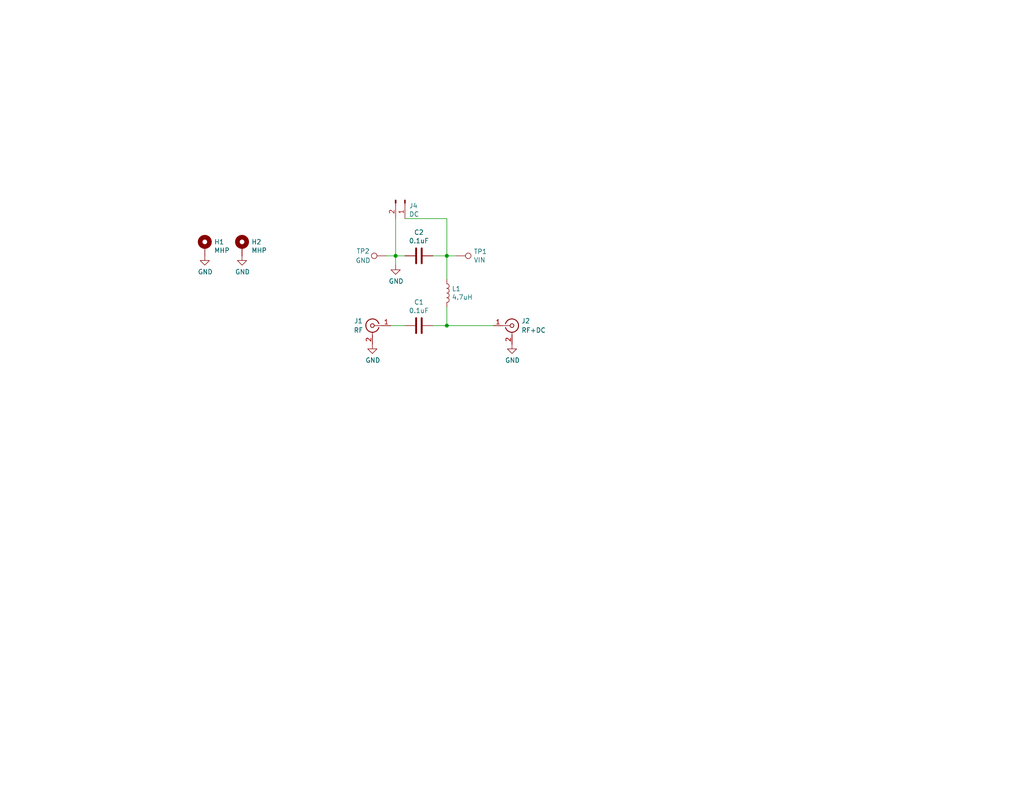
<source format=kicad_sch>
(kicad_sch (version 20230121) (generator eeschema)
  (paper "USLetter")
  (title_block (title "HF Bias Tee - Version 1.1") (date "2025-05-22") (rev "-") (company "Amateur Radio") (comment 2 "creativecommons.org/licenses/by/4.0/") (comment 3 "License: CC BY 4.0") (comment 4 "Author: Mark Grennan - W5TSU"))
  (lib_symbols
    (symbol "Connector:Conn_Coaxial" (pin_names (offset 1.016) hide)
      (property "Reference" "J" (at 0.254 3.048 0))
      (property "Value" "Conn_Coaxial" (at 2.921 0 90))
      (symbol "Conn_Coaxial_0_1"
        (arc (start -1.778 -0.508) (mid 0.2311 -1.8066) (end 1.778 0) (stroke (width 0.254)))
        (polyline (pts (xy -2.54 0) (xy -0.508 0)))
        (polyline (pts (xy 0 -2.54) (xy 0 -1.778)))
        (circle (center 0 0) (radius 0.508) (stroke (width 0.2032)))
        (arc (start 1.778 0) (mid 0.2099 1.8101) (end -1.778 0.508) (stroke (width 0.254)))
      )
      (symbol "Conn_Coaxial_1_1"
        (pin passive line (at -5.08 0 0) (length 2.54) (name "In") (number "1"))
        (pin passive line (at 0 -5.08 90) (length 2.54) (name "Ext") (number "2"))
      )
    )
    (symbol "Connector:TestPoint" (pin_numbers hide) (pin_names (offset 0.762) hide)
      (property "Reference" "TP" (at 0 6.858 0))
      (property "Value" "TestPoint" (at 0 5.08 0))
      (symbol "TestPoint_0_1"
        (circle (center 0 3.302) (radius 0.762))
      )
      (symbol "TestPoint_1_1"
        (pin passive line (at 0 0 90) (length 2.54) (name "1") (number "1"))
      )
    )
    (symbol "Device:C" (pin_numbers hide) (pin_names (offset 0.254))
      (property "Reference" "C" (at 0.635 2.54 0))
      (property "Value" "C" (at 0.635 -2.54 0))
      (symbol "C_0_1"
        (polyline (pts (xy -2.032 -0.762) (xy 2.032 -0.762)) (stroke (width 0.508)))
        (polyline (pts (xy -2.032 0.762) (xy 2.032 0.762)) (stroke (width 0.508)))
      )
      (symbol "C_1_1"
        (pin passive line (at 0 3.81 270) (length 2.794) (name "~") (number "1"))
        (pin passive line (at 0 -3.81 90) (length 2.794) (name "~") (number "2"))
      )
    )
    (symbol "Device:L" (pin_numbers hide) (pin_names (offset 1.016) hide)
      (property "Reference" "L" (at -1.27 0 90))
      (property "Value" "L" (at 1.905 0 90))
      (symbol "L_0_1"
        (arc (start 0 -2.54) (mid 0.6323 -1.905) (end 0 -1.27))
        (arc (start 0 -1.27) (mid 0.6323 -0.635) (end 0 0))
        (arc (start 0 0) (mid 0.6323 0.635) (end 0 1.27))
        (arc (start 0 1.27) (mid 0.6323 1.905) (end 0 2.54))
      )
      (symbol "L_1_1"
        (pin passive line (at 0 3.81 270) (length 1.27) (name "1") (number "1"))
        (pin passive line (at 0 -3.81 90) (length 1.27) (name "2") (number "2"))
      )
    )
    (symbol "Mechanical:MountingHole_Pad" (pin_numbers hide) (pin_names (offset 1.016) hide)
      (property "Reference" "H" (at 0 6.35 0))
      (property "Value" "MountingHole_Pad" (at 0 4.445 0))
      (symbol "MountingHole_Pad_0_1"
        (circle (center 0 1.27) (radius 1.27) (stroke (width 1.27)))
      )
      (symbol "MountingHole_Pad_1_1"
        (pin input line (at 0 -2.54 90) (length 2.54) (name "1") (number "1"))
      )
    )
    (symbol "hf_bias_tee-rescue:Conn_01x02_Male-Connector" (pin_names (offset 1.016) hide)
      (property "Reference" "J" (at 0 2.54 0))
      (property "Value" "Connector_Conn_01x02_Male" (at 0 -5.08 0))
      (symbol "Conn_01x02_Male-Connector_1_1"
        (polyline (pts (xy 1.27 -2.54) (xy 0.8636 -2.54)) (stroke (width 0.1524)))
        (polyline (pts (xy 1.27 0) (xy 0.8636 0)) (stroke (width 0.1524)))
        (rectangle (start 0.8636 -2.413) (end 0 -2.667) (stroke (width 0.1524)) (fill (type outline)))
        (rectangle (start 0.8636 0.127) (end 0 -0.127) (stroke (width 0.1524)) (fill (type outline)))
        (pin passive line (at 5.08 0 180) (length 3.81) (name "Pin_1") (number "1"))
        (pin passive line (at 5.08 -2.54 180) (length 3.81) (name "Pin_2") (number "2"))
      )
    )
    (symbol "power:GND" (power) (pin_names (offset 0))
      (property "Value" "GND" (at 0 -3.81 0))
      (symbol "GND_0_1"
        (polyline (pts (xy 0 0) (xy 0 -1.27) (xy 1.27 -1.27) (xy 0 -2.54) (xy -1.27 -1.27) (xy 0 -1.27)))
      )
      (symbol "GND_1_1"
        (pin power_in line (at 0 0 270) (length 0) hide (name "GND") (number "1"))
      )
    )
  )
  (junction (at 121.92 88.9))
  (junction (at 107.95 69.85))
  (junction (at 121.92 69.85))
  (wire (pts (xy 121.92 69.85) (xy 121.92 76.2)))
  (wire (pts (xy 118.11 69.85) (xy 121.92 69.85)))
  (wire (pts (xy 110.49 88.9) (xy 106.68 88.9)))
  (wire (pts (xy 107.95 69.85) (xy 107.95 72.39)))
  (wire (pts (xy 107.95 69.85) (xy 110.49 69.85)))
  (wire (pts (xy 121.92 88.9) (xy 118.11 88.9)))
  (wire (pts (xy 121.92 83.82) (xy 121.92 88.9)))
  (wire (pts (xy 134.62 88.9) (xy 121.92 88.9)))
  (wire (pts (xy 110.49 59.69) (xy 121.92 59.69)))
  (wire (pts (xy 124.46 69.85) (xy 121.92 69.85)))
  (wire (pts (xy 105.41 69.85) (xy 107.95 69.85)))
  (wire (pts (xy 107.95 59.69) (xy 107.95 69.85)))
  (wire (pts (xy 121.92 59.69) (xy 121.92 69.85)))
  (symbol (lib_id "Device:C") (at 114.3 69.85 270) (unit 1)
    (property "Reference" "C2" (at 114.3 63.4492 90))
    (property "Value" "0.1uF" (at 114.3 65.7606 90))
    (property "Footprint" "digikey-footprints:0805" (effects hide))
  )
  (symbol (lib_id "Device:C") (at 114.3 88.9 270) (unit 1)
    (property "Reference" "C1" (at 114.3 82.4992 90))
    (property "Value" "0.1uF" (at 114.3 84.8106 90))
    (property "Footprint" "digikey-footprints:0805" (effects hide))
    (property "Datasheet" "file:///home/mark/Desktop/Electronics/kicad_bias_tee/1008cs.pdf" (effects hide))
  )
  (symbol (lib_id "Device:L") (at 121.92 80.01 0) (unit 1)
    (property "Reference" "L1" (at 123.2662 78.8416 0) (effects (justify left)))
    (property "Value" "4.7uH" (at 123.2662 81.153 0) (effects (justify left)))
    (property "Footprint" "Inductor_SMD:L_1008_2520Metric" (effects hide))
    (property "Datasheet" "file:///home/mark/Desktop/Electronics/kicad_bias_tee/1008cs.pdf" (effects hide))
  )
  (symbol (lib_id "Connector:Conn_Coaxial") (at 139.7 88.9 0) (unit 1)
    (property "Reference" "J2" (at 142.24 87.63 0) (effects (justify left)))
    (property "Value" "RF+DC" (at 142.24 90.17 0) (effects (justify left)))
    (property "Footprint" "Connector_Coaxial:SMA_Amphenol_132134_Vertical" (effects hide))
    (property "Datasheet" "file:///home/mark/Desktop/Electronics/kicad_bias_tee/1008cs.pdf" (effects hide))
  )
  (symbol (lib_id "Connector:Conn_Coaxial") (at 101.6 88.9 0) (mirror y) (unit 1)
    (property "Reference" "J1" (at 97.79 87.63 0))
    (property "Value" "RF" (at 97.79 90.17 0))
    (property "Footprint" "Connector_Coaxial:SMA_Amphenol_132134_Vertical" (effects hide))
    (property "Datasheet" " ~" (effects hide))
  )
  (symbol (lib_id "power:GND") (at 139.7 93.98 0) (unit 1)
    (property "Reference" "#PWR03" (effects hide))
    (property "Value" "GND" (at 139.827 98.3742 0))
  )
  (symbol (lib_id "power:GND") (at 101.6 93.98 0) (unit 1)
    (property "Reference" "#PWR02" (effects hide))
    (property "Value" "GND" (at 101.727 98.3742 0))
  )
  (symbol (lib_id "power:GND") (at 107.95 72.39 0) (unit 1)
    (property "Reference" "#PWR01" (effects hide))
    (property "Value" "GND" (at 108.077 76.7842 0))
  )
  (symbol (lib_id "Connector:TestPoint") (at 124.46 69.85 270) (unit 1)
    (property "Reference" "TP1" (at 129.2352 68.6816 90) (effects (justify left)))
    (property "Value" "VIN" (at 129.2352 70.993 90) (effects (justify left)))
    (property "Footprint" "TestPoint:TestPoint_Pad_2.0x2.0mm" (effects hide))
  )
  (symbol (lib_id "hf_bias_tee-rescue:Conn_01x02_Male-Connector") (at 110.49 54.61 270) (unit 1)
    (property "Reference" "J4" (at 111.6076 56.1848 90) (effects (justify left)))
    (property "Value" "DC" (at 111.6076 58.4962 90) (effects (justify left)))
    (property "Footprint" "Connector_PinSocket_2.54mm:PinSocket_1x02_P2.54mm_Vertical" (effects hide))
  )
  (symbol (lib_id "Connector:TestPoint") (at 105.41 69.85 90) (unit 1)
    (property "Reference" "TP2" (at 99.06 68.58 90))
    (property "Value" "GND" (at 99.06 71.12 90))
    (property "Footprint" "TestPoint:TestPoint_Pad_2.0x2.0mm" (effects hide))
  )
  (symbol (lib_id "Mechanical:MountingHole_Pad") (at 66.04 67.31 0) (unit 1)
    (property "Reference" "H2" (at 68.58 66.0654 0) (effects (justify left)))
    (property "Value" "MHP" (at 68.58 68.3768 0) (effects (justify left)))
    (property "Footprint" "MountingHole:MountingHole_2.2mm_M2_Pad_Via" (effects hide))
  )
  (symbol (lib_id "Mechanical:MountingHole_Pad") (at 55.88 67.31 0) (unit 1)
    (property "Reference" "H1" (at 58.42 66.0654 0) (effects (justify left)))
    (property "Value" "MHP" (at 58.42 68.3768 0) (effects (justify left)))
    (property "Footprint" "MountingHole:MountingHole_2.2mm_M2_Pad_Via" (effects hide))
  )
  (symbol (lib_id "power:GND") (at 55.88 69.85 0) (unit 1)
    (property "Reference" "#PWR05" (effects hide))
    (property "Value" "GND" (at 56.007 74.2442 0))
  )
  (symbol (lib_id "power:GND") (at 66.04 69.85 0) (unit 1)
    (property "Reference" "#PWR06" (effects hide))
    (property "Value" "GND" (at 66.167 74.2442 0))
  )
)
</source>
